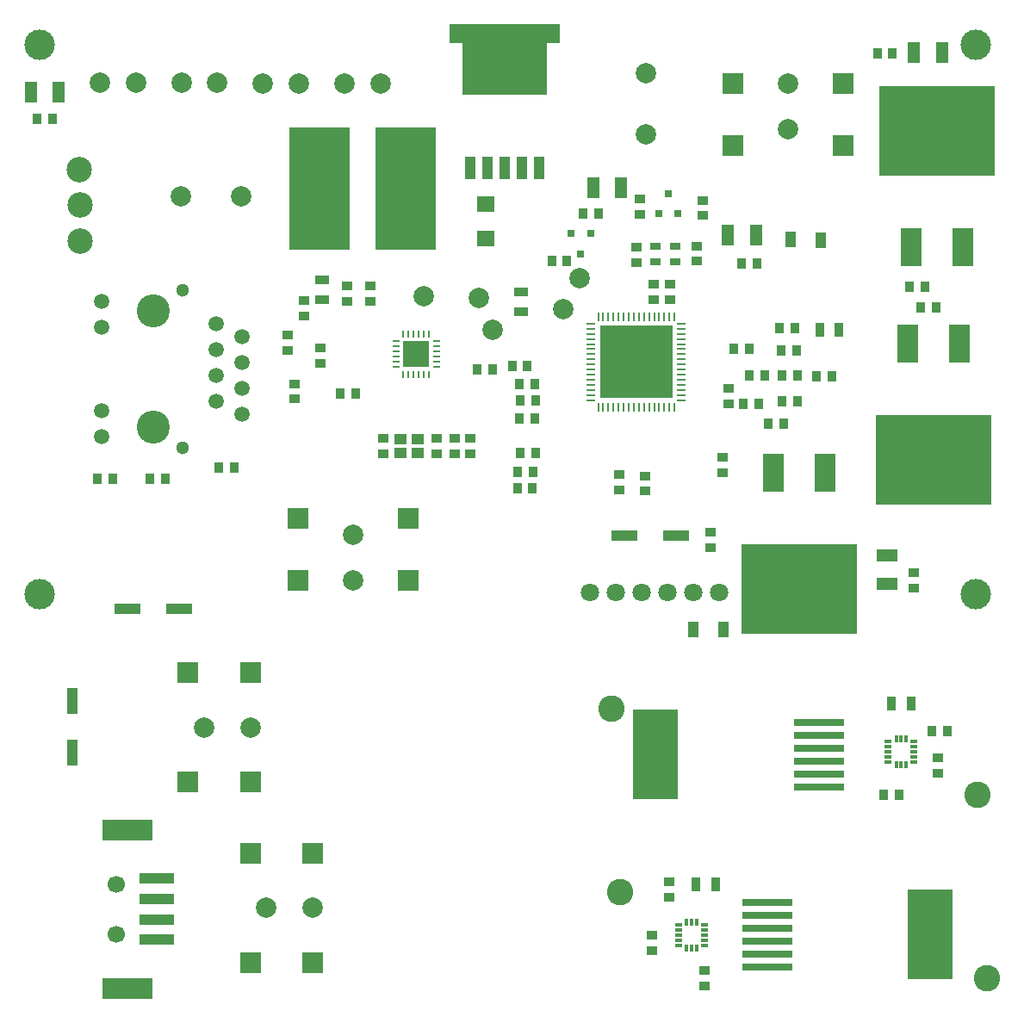
<source format=gts>
G04 #@! TF.FileFunction,Soldermask,Top*
%FSLAX46Y46*%
G04 Gerber Fmt 4.6, Leading zero omitted, Abs format (unit mm)*
G04 Created by KiCad (PCBNEW 4.0.2+e4-6225~38~ubuntu14.04.1-stable) date Sun 24 Jul 2016 05:02:12 PM PDT*
%MOMM*%
G01*
G04 APERTURE LIST*
%ADD10C,0.150000*%
%ADD11R,1.000760X0.899160*%
%ADD12R,0.899160X1.000760*%
%ADD13R,1.397000X0.889000*%
%ADD14C,3.000000*%
%ADD15C,1.800000*%
%ADD16R,2.540000X0.990600*%
%ADD17C,2.500000*%
%ADD18C,1.998980*%
%ADD19R,1.998980X1.998980*%
%ADD20R,6.000000X12.000000*%
%ADD21R,0.889000X1.397000*%
%ADD22R,2.499360X2.499360*%
%ADD23O,0.248920X0.800100*%
%ADD24O,0.800100X0.248920*%
%ADD25R,0.250000X0.850000*%
%ADD26R,0.850000X0.250000*%
%ADD27R,7.150000X7.150000*%
%ADD28C,0.780000*%
%ADD29R,10.800000X1.910000*%
%ADD30R,1.070000X2.160000*%
%ADD31R,8.330000X6.990000*%
%ADD32R,1.200000X1.100000*%
%ADD33R,1.000000X0.800000*%
%ADD34R,1.000760X1.501140*%
%ADD35R,1.000760X1.549400*%
%ADD36R,1.680000X1.520000*%
%ADD37C,2.000000*%
%ADD38R,2.080000X3.810000*%
%ADD39R,11.430000X8.890000*%
%ADD40R,1.250000X2.000000*%
%ADD41R,2.000000X1.250000*%
%ADD42C,1.500000*%
%ADD43C,3.250000*%
%ADD44C,1.300000*%
%ADD45R,0.800100X0.800100*%
%ADD46R,5.000000X2.000000*%
%ADD47C,1.700000*%
%ADD48R,3.390000X1.120000*%
%ADD49R,0.990600X2.540000*%
%ADD50R,5.000000X0.760000*%
%ADD51R,4.500000X8.800000*%
%ADD52C,2.600000*%
%ADD53R,0.800000X0.300000*%
%ADD54R,0.300000X0.800000*%
G04 APERTURE END LIST*
D10*
D11*
X132300000Y-99251840D03*
X132300000Y-97748160D03*
X130800000Y-99201840D03*
X130800000Y-97698160D03*
X129000000Y-99201840D03*
X129000000Y-97698160D03*
X123750000Y-99201840D03*
X123750000Y-97698160D03*
X122500000Y-82748160D03*
X122500000Y-84251840D03*
X155950000Y-108451840D03*
X155950000Y-106948160D03*
X149550000Y-101398160D03*
X149550000Y-102901840D03*
X157750000Y-92798160D03*
X157750000Y-94301840D03*
D12*
X136448160Y-90600000D03*
X137951840Y-90600000D03*
X159751840Y-88900000D03*
X158248160Y-88900000D03*
D13*
X137300000Y-85252500D03*
X137300000Y-83347500D03*
D11*
X120200000Y-82748160D03*
X120200000Y-84251840D03*
D12*
X134551840Y-90900000D03*
X133048160Y-90900000D03*
D11*
X152000000Y-82548160D03*
X152000000Y-84051840D03*
X148675000Y-78948160D03*
X148675000Y-80451840D03*
X154600000Y-80301840D03*
X154600000Y-78798160D03*
X150400000Y-82548160D03*
X150400000Y-84051840D03*
D13*
X117800000Y-82147500D03*
X117800000Y-84052500D03*
D14*
X90000000Y-113000000D03*
X90000000Y-59000000D03*
X182000000Y-113000000D03*
X182000000Y-59000000D03*
D15*
X154239680Y-112850000D03*
X156779680Y-112850000D03*
X144100000Y-112850000D03*
X146640000Y-112850000D03*
X151709840Y-112850000D03*
X149169840Y-112850000D03*
D16*
X152540000Y-107250000D03*
X147460000Y-107250000D03*
D17*
X93900000Y-71300000D03*
X94000000Y-78300000D03*
X94000000Y-74800000D03*
D18*
X120800000Y-107149240D03*
D19*
X115389800Y-111650120D03*
X115389800Y-105549040D03*
X126215280Y-111650120D03*
X126215280Y-105549040D03*
D18*
X120800000Y-111650120D03*
X163600000Y-67350760D03*
D19*
X169010200Y-62849880D03*
X169010200Y-68950960D03*
X158184720Y-62849880D03*
X158184720Y-68950960D03*
D18*
X163600000Y-62849880D03*
D20*
X125950000Y-73150000D03*
X117550000Y-73150000D03*
D12*
X138751840Y-99150000D03*
X137248160Y-99150000D03*
X138501840Y-101000000D03*
X136998160Y-101000000D03*
X138451840Y-102600000D03*
X136948160Y-102600000D03*
X119548160Y-93300000D03*
X121051840Y-93300000D03*
X159148160Y-94300000D03*
X160651840Y-94300000D03*
X138651840Y-92400000D03*
X137148160Y-92400000D03*
X138751840Y-94000000D03*
X137248160Y-94000000D03*
X138651840Y-95800000D03*
X137148160Y-95800000D03*
D11*
X117600000Y-90351840D03*
X117600000Y-88848160D03*
X115100000Y-92348160D03*
X115100000Y-93851840D03*
X116000000Y-85651840D03*
X116000000Y-84148160D03*
X114400000Y-87548160D03*
X114400000Y-89051840D03*
D12*
X97151840Y-101700000D03*
X95648160Y-101700000D03*
D11*
X147000000Y-101248160D03*
X147000000Y-102751840D03*
D12*
X102351840Y-101700000D03*
X100848160Y-101700000D03*
X109151840Y-100600000D03*
X107648160Y-100600000D03*
D11*
X149050000Y-75651840D03*
X149050000Y-74148160D03*
D12*
X176648160Y-84800000D03*
X178151840Y-84800000D03*
X162998160Y-94050000D03*
X164501840Y-94050000D03*
X161648160Y-96250000D03*
X163151840Y-96250000D03*
X167851840Y-91650000D03*
X166348160Y-91650000D03*
D11*
X157100000Y-101051840D03*
X157100000Y-99548160D03*
D21*
X166697500Y-87000000D03*
X168602500Y-87000000D03*
D11*
X155150000Y-75801840D03*
X155150000Y-74298160D03*
D12*
X177001840Y-82800000D03*
X175498160Y-82800000D03*
X144951840Y-75600000D03*
X143448160Y-75600000D03*
X162998160Y-91550000D03*
X164501840Y-91550000D03*
X164401840Y-89100000D03*
X162898160Y-89100000D03*
X161301840Y-91550000D03*
X159798160Y-91550000D03*
D22*
X127010000Y-89430000D03*
D23*
X125760320Y-91428980D03*
X126260700Y-91428980D03*
X126761080Y-91428980D03*
X127258920Y-91428980D03*
X127759300Y-91428980D03*
X128259680Y-91428980D03*
D24*
X129008980Y-90679680D03*
X129008980Y-90179300D03*
X129008980Y-89678920D03*
X129008980Y-89181080D03*
X129008980Y-88680700D03*
X129008980Y-88180320D03*
D23*
X128259680Y-87431020D03*
X127759300Y-87431020D03*
X127258920Y-87431020D03*
X126761080Y-87431020D03*
X126260700Y-87431020D03*
X125760320Y-87431020D03*
D24*
X125011020Y-88180320D03*
X125011020Y-88680700D03*
X125011020Y-89181080D03*
X125011020Y-89678920D03*
X125011020Y-90179300D03*
X125011020Y-90679680D03*
D25*
X151910000Y-94640000D03*
X152410000Y-94640000D03*
X148910000Y-94640000D03*
X149410000Y-94640000D03*
X150410000Y-94640000D03*
X149910000Y-94640000D03*
X151410000Y-94640000D03*
X150910000Y-94640000D03*
X146910000Y-94640000D03*
X147410000Y-94640000D03*
X148410000Y-94640000D03*
X147910000Y-94640000D03*
X145910000Y-94640000D03*
X146410000Y-94640000D03*
X145410000Y-94640000D03*
X144910000Y-94640000D03*
D26*
X144210000Y-93940000D03*
X144210000Y-93440000D03*
X144210000Y-92440000D03*
X144210000Y-92940000D03*
X144210000Y-90940000D03*
X144210000Y-90440000D03*
X144210000Y-91440000D03*
X144210000Y-91940000D03*
X144210000Y-87940000D03*
X144210000Y-87440000D03*
X144210000Y-88940000D03*
X144210000Y-88440000D03*
X144210000Y-89440000D03*
X144210000Y-89940000D03*
X144210000Y-86440000D03*
X144210000Y-86940000D03*
D25*
X144910000Y-85740000D03*
X145410000Y-85740000D03*
X146410000Y-85740000D03*
X145910000Y-85740000D03*
X147910000Y-85740000D03*
X148410000Y-85740000D03*
X147410000Y-85740000D03*
X146910000Y-85740000D03*
X150910000Y-85740000D03*
X151410000Y-85740000D03*
X149910000Y-85740000D03*
X150410000Y-85740000D03*
X149410000Y-85740000D03*
X148910000Y-85740000D03*
X152410000Y-85740000D03*
X151910000Y-85740000D03*
D26*
X153110000Y-86940000D03*
X153110000Y-86440000D03*
X153110000Y-89940000D03*
X153110000Y-89440000D03*
X153110000Y-88440000D03*
X153110000Y-88920000D03*
X153110000Y-87440000D03*
X153110000Y-87940000D03*
X153110000Y-91940000D03*
X153110000Y-91440000D03*
X153110000Y-90440000D03*
X153110000Y-90940000D03*
X153110000Y-92940000D03*
X153110000Y-92440000D03*
X153110000Y-93440000D03*
X153110000Y-93940000D03*
D27*
X148660000Y-90190000D03*
D28*
X140200000Y-58150000D03*
X131200000Y-58150000D03*
X138700000Y-62650000D03*
X138700000Y-61150000D03*
X138700000Y-59650000D03*
X138700000Y-58150000D03*
X135700000Y-62650000D03*
X135700000Y-61150000D03*
X135700000Y-59650000D03*
X135700000Y-58150000D03*
X137200000Y-58150000D03*
X137200000Y-59650000D03*
X137200000Y-61150000D03*
X137200000Y-62650000D03*
X134200000Y-62650000D03*
X134200000Y-61150000D03*
X134200000Y-59650000D03*
X134200000Y-58150000D03*
X132700000Y-58150000D03*
X132700000Y-59650000D03*
X132700000Y-61150000D03*
D29*
X135700000Y-57940000D03*
D30*
X137400000Y-71150000D03*
X139100000Y-71150000D03*
X135700000Y-71150000D03*
X134000000Y-71150000D03*
X132300000Y-71150000D03*
D31*
X135700000Y-60475000D03*
D28*
X132700000Y-62650000D03*
D31*
X135700000Y-60475000D03*
D29*
X135700000Y-57940000D03*
D32*
X127150000Y-97750000D03*
X125450000Y-97750000D03*
X127150000Y-99150000D03*
X125450000Y-99150000D03*
D33*
X150500000Y-80350000D03*
X152500000Y-80350000D03*
X150500000Y-78850000D03*
X152500000Y-78850000D03*
D34*
X163836960Y-78184760D03*
D35*
X166763040Y-78194920D03*
D36*
X133850000Y-78050000D03*
X133850000Y-74650000D03*
D37*
X103850000Y-73900000D03*
X109850000Y-73900000D03*
X149600000Y-67800000D03*
X149600000Y-61800000D03*
D12*
X160501840Y-80550000D03*
X158998160Y-80550000D03*
X91251840Y-66300000D03*
X89748160Y-66300000D03*
X173851840Y-59850000D03*
X172348160Y-59850000D03*
D11*
X175900000Y-112401840D03*
X175900000Y-110898160D03*
D12*
X162748160Y-86900000D03*
X164251840Y-86900000D03*
D37*
X95949940Y-62700000D03*
X99450060Y-62700000D03*
X103949940Y-62750000D03*
X107450060Y-62750000D03*
X111949940Y-62800000D03*
X115450060Y-62800000D03*
X119999940Y-62850000D03*
X123500060Y-62850000D03*
D34*
X154286960Y-116534760D03*
D35*
X157213040Y-116544920D03*
D38*
X175660000Y-78880000D03*
D39*
X178200000Y-67450000D03*
D38*
X180740000Y-78880000D03*
X167190000Y-101120000D03*
D39*
X164650000Y-112550000D03*
D38*
X162110000Y-101120000D03*
X180440000Y-88420000D03*
D39*
X177900000Y-99850000D03*
D38*
X175360000Y-88420000D03*
D40*
X144425000Y-73050000D03*
X147175000Y-73050000D03*
X160425000Y-77700000D03*
X157675000Y-77700000D03*
X91875000Y-63650000D03*
X89125000Y-63650000D03*
X175975000Y-59800000D03*
X178725000Y-59800000D03*
D41*
X173350000Y-111975000D03*
X173350000Y-109225000D03*
D42*
X96100000Y-84275000D03*
X96100000Y-86815000D03*
X96100000Y-94985000D03*
X96100000Y-97525000D03*
X107350000Y-86460000D03*
X107350000Y-91530000D03*
X107350000Y-89000000D03*
X107350000Y-94070000D03*
X109890000Y-87720000D03*
X109890000Y-92800000D03*
X109890000Y-90260000D03*
D43*
X101132080Y-96615000D03*
X101132080Y-85185000D03*
D44*
X104050000Y-83155000D03*
X104050000Y-98645000D03*
D42*
X109890000Y-95340000D03*
D45*
X150850000Y-75650760D03*
X152750000Y-75650760D03*
X151800000Y-73651780D03*
X144150000Y-77549240D03*
X142250000Y-77549240D03*
X143200000Y-79548220D03*
D16*
X103740000Y-114500000D03*
X98660000Y-114500000D03*
D37*
X141500000Y-85000000D03*
X143100000Y-82000000D03*
X134500000Y-87000000D03*
X133200000Y-83900000D03*
X127800000Y-83700000D03*
D12*
X140348160Y-80300000D03*
X141851840Y-80300000D03*
D18*
X112300200Y-143889800D03*
D19*
X116801080Y-149300000D03*
X110700000Y-149300000D03*
X116801080Y-138474520D03*
X110700000Y-138474520D03*
D18*
X116801080Y-143889800D03*
D46*
X98600000Y-151800000D03*
X98600000Y-136200000D03*
D47*
X97500000Y-146500000D03*
D48*
X101500000Y-147000000D03*
X101500000Y-141000000D03*
X101500000Y-143000000D03*
X101500000Y-145000000D03*
D47*
X97500000Y-141600000D03*
D18*
X106200200Y-126115280D03*
D19*
X110701080Y-131525480D03*
X104600000Y-131525480D03*
X110701080Y-120700000D03*
X104600000Y-120700000D03*
D18*
X110701080Y-126115280D03*
D49*
X93200000Y-128640000D03*
X93200000Y-123560000D03*
D50*
X161500000Y-143325000D03*
X161500000Y-145865000D03*
X161500000Y-148405000D03*
X161500000Y-147135000D03*
X161500000Y-149675000D03*
X161500000Y-144595000D03*
D51*
X177550000Y-146500000D03*
D52*
X147100000Y-142300000D03*
X183100000Y-150800000D03*
D53*
X152825000Y-146050000D03*
X152825000Y-145550000D03*
X155375000Y-145550000D03*
X152825000Y-146545000D03*
X152825000Y-147050000D03*
X152825000Y-147550000D03*
D54*
X153600000Y-147825000D03*
X154065000Y-147825000D03*
X154600000Y-147825000D03*
D53*
X155375000Y-147550000D03*
X155375000Y-147050000D03*
X155375000Y-146545000D03*
X155375000Y-146050000D03*
D54*
X154600000Y-145275000D03*
X154085000Y-145275000D03*
X153600000Y-145275000D03*
D11*
X151850000Y-142801840D03*
X151850000Y-141298160D03*
X155360000Y-151541840D03*
X155360000Y-150038160D03*
X150200000Y-148051840D03*
X150200000Y-146548160D03*
D21*
X156422500Y-141600000D03*
X154517500Y-141600000D03*
D12*
X179251840Y-126500000D03*
X177748160Y-126500000D03*
X172948160Y-132800000D03*
X174451840Y-132800000D03*
D11*
X178300000Y-130651840D03*
X178300000Y-129148160D03*
D52*
X146200000Y-124300000D03*
X182200000Y-132800000D03*
D53*
X173425000Y-128050000D03*
X173425000Y-127550000D03*
X175975000Y-127550000D03*
X173425000Y-128545000D03*
X173425000Y-129050000D03*
X173425000Y-129550000D03*
D54*
X174200000Y-129825000D03*
X174665000Y-129825000D03*
X175200000Y-129825000D03*
D53*
X175975000Y-129550000D03*
X175975000Y-129050000D03*
X175975000Y-128545000D03*
X175975000Y-128050000D03*
D54*
X175200000Y-127275000D03*
X174685000Y-127275000D03*
X174200000Y-127275000D03*
D50*
X166600000Y-131975000D03*
X166600000Y-129435000D03*
X166600000Y-126895000D03*
X166600000Y-128165000D03*
X166600000Y-125625000D03*
X166600000Y-130705000D03*
D51*
X150550000Y-128800000D03*
D21*
X173747500Y-123800000D03*
X175652500Y-123800000D03*
M02*

</source>
